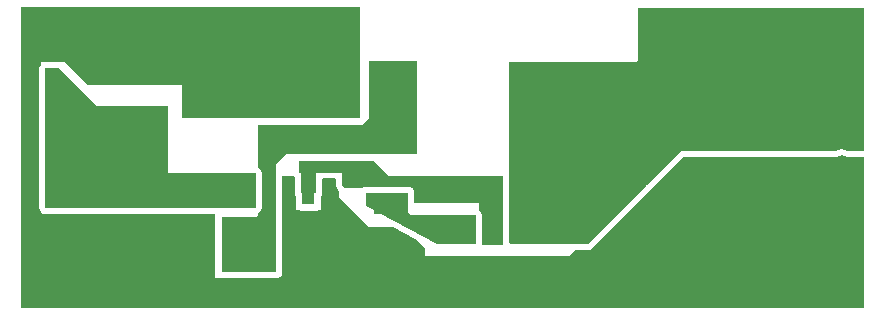
<source format=gtl>
G04*
G04 #@! TF.GenerationSoftware,Altium Limited,Altium Designer,20.1.11 (218)*
G04*
G04 Layer_Physical_Order=1*
G04 Layer_Color=255*
%FSLAX44Y44*%
%MOMM*%
G71*
G04*
G04 #@! TF.SameCoordinates,6F68814C-33D5-4D04-8E5B-489F78E18062*
G04*
G04*
G04 #@! TF.FilePolarity,Positive*
G04*
G01*
G75*
%ADD13R,1.5000X5.0000*%
%ADD14R,2.9000X5.4000*%
%ADD15R,10.8000X7.0000*%
%ADD16R,1.1000X2.2000*%
%ADD17R,2.0000X1.0000*%
%ADD18R,7.8000X9.0000*%
%ADD19R,3.0000X2.0000*%
%ADD28C,1.5240*%
G36*
X290830Y173990D02*
X139700D01*
Y201930D01*
X59690Y201930D01*
X40640Y220980D01*
X22860D01*
Y220980D01*
X20320D01*
Y219180D01*
X19420Y217833D01*
X19032Y215882D01*
Y97790D01*
X19420Y95839D01*
X20525Y94185D01*
X22179Y93080D01*
X24130Y92692D01*
X167640D01*
Y39370D01*
X168319Y38691D01*
X171709D01*
X172039Y38470D01*
X173990Y38082D01*
X219710D01*
X221661Y38470D01*
X223315Y39575D01*
X224420Y41229D01*
X224808Y43180D01*
Y95740D01*
X224738Y96092D01*
Y124642D01*
X234816D01*
X235155Y124135D01*
X235542Y123877D01*
Y110490D01*
X235930Y108539D01*
X236640Y107477D01*
Y95740D01*
X239540D01*
X240030Y95250D01*
X255270D01*
Y95740D01*
X257640D01*
Y107477D01*
X258350Y108539D01*
X258738Y110490D01*
Y122642D01*
X270492D01*
Y116840D01*
X270880Y114889D01*
X271985Y113235D01*
X273050Y112170D01*
Y106680D01*
X298450Y81280D01*
X318746D01*
X337564Y71376D01*
X345440Y63500D01*
Y57150D01*
X467360D01*
X472422Y62212D01*
X483870D01*
X485821Y62600D01*
X487475Y63705D01*
X536185Y112415D01*
X536702Y113188D01*
X537475Y113705D01*
X564722Y140952D01*
X693117Y140952D01*
X695068Y141340D01*
X696536Y141948D01*
X698500Y142207D01*
X700464Y141948D01*
X701932Y141340D01*
X703883Y140952D01*
X717550D01*
X717550Y139682D01*
X717550Y12700D01*
X3810D01*
Y267970D01*
X22860D01*
D01*
X290830D01*
Y173990D01*
D02*
G37*
G36*
X717550Y146050D02*
X703883D01*
X701795Y146915D01*
X698500Y147349D01*
X695206Y146915D01*
X693117Y146050D01*
X562610Y146050D01*
X533870Y117310D01*
X532580D01*
Y116020D01*
X483870Y67310D01*
X417830Y67310D01*
X416560Y68580D01*
Y220980D01*
X524510D01*
X525780Y222250D01*
Y266700D01*
X717550D01*
X717550Y146050D01*
D02*
G37*
G36*
X67310Y184150D02*
X128270D01*
X128270Y127000D01*
X202640Y127000D01*
Y98084D01*
X201930Y97790D01*
X24130D01*
Y215882D01*
X35578D01*
X67310Y184150D01*
D02*
G37*
G36*
X331470Y93980D02*
X334010Y91440D01*
X388620Y91440D01*
Y67310D01*
X356235D01*
X295910Y99060D01*
Y110490D01*
X331470D01*
X331470Y93980D01*
D02*
G37*
G36*
X314960Y124460D02*
X411462D01*
Y68580D01*
X411715Y67310D01*
X410833Y66040D01*
X394760D01*
X393718Y67310D01*
Y91440D01*
X393330Y93391D01*
X392225Y95045D01*
X391160Y95756D01*
Y101600D01*
X336568D01*
X336568Y110490D01*
X336180Y112441D01*
X335280Y113788D01*
Y114300D01*
X334768D01*
X333421Y115200D01*
X331470Y115588D01*
X295910D01*
X293959Y115200D01*
X292612Y114300D01*
X278130D01*
X275590Y116840D01*
Y127000D01*
X274640D01*
Y127740D01*
X253640D01*
Y110490D01*
X240640D01*
Y127740D01*
X238760D01*
Y137160D01*
X302260D01*
X314960Y124460D01*
D02*
G37*
G36*
X339090Y143510D02*
X228600D01*
X219710Y134620D01*
Y127740D01*
X219640D01*
Y95740D01*
X219710D01*
Y43180D01*
X173990D01*
Y90170D01*
X203200D01*
X204470Y91440D01*
Y93324D01*
X204591Y93374D01*
X206245Y94479D01*
X207350Y96133D01*
X207738Y98084D01*
Y127000D01*
X207350Y128951D01*
X206245Y130605D01*
X204591Y131710D01*
X204470Y131734D01*
Y167640D01*
X292100D01*
X298450Y173990D01*
Y222250D01*
X339090D01*
Y143510D01*
D02*
G37*
D13*
X110490Y154940D02*
D03*
Y234950D02*
D03*
D14*
X318770Y187960D02*
D03*
X446770D02*
D03*
D15*
X231140Y218440D02*
D03*
D16*
X264140Y111740D02*
D03*
X247140D02*
D03*
X230140D02*
D03*
X213140D02*
D03*
X196140D02*
D03*
D17*
X312420Y67790D02*
D03*
Y97790D02*
D03*
D18*
X576580Y210820D02*
D03*
Y67310D02*
D03*
D19*
X198120D02*
D03*
X254000D02*
D03*
D28*
X377190Y77470D02*
D03*
X427990D02*
D03*
X402590D02*
D03*
X33020Y205740D02*
D03*
Y231140D02*
D03*
X698500Y160020D02*
D03*
Y134620D02*
D03*
M02*

</source>
